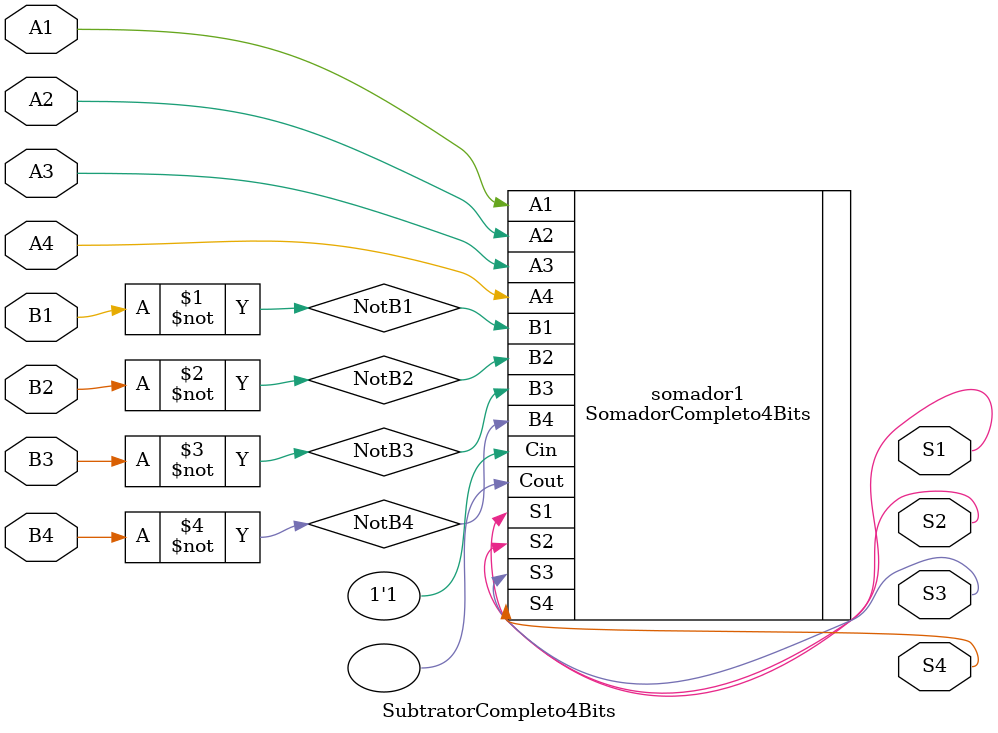
<source format=v>

module SubtratorCompleto4Bits (A1, A2, A3, A4, B1, B2, B3, B4, S1, S2, S3, S4);

	input A1, A2, A3, A4, B1, B2, B3, B4;
	output S1, S2, S3, S4;
	
	wire BoutSub1, BoutSub2, BoutSub3, Bout;
	wire NotB1, NotB2, NotB3, NotB4;
	
	not (NotB1, B1);
	not (NotB2, B2);
	not (NotB3, B3);
	not (NotB4, B4);
	
	SomadorCompleto4Bits somador1 (.A1(A1), .A2(A2), .A3(A3), .A4(A4), .B1(NotB1), .B2(NotB2), .B3(NotB3), .B4(NotB4), .Cin(1'b1), .S1(S1), .S2(S2), .S3(S3), .S4(S4), .Cout());

endmodule 
</source>
